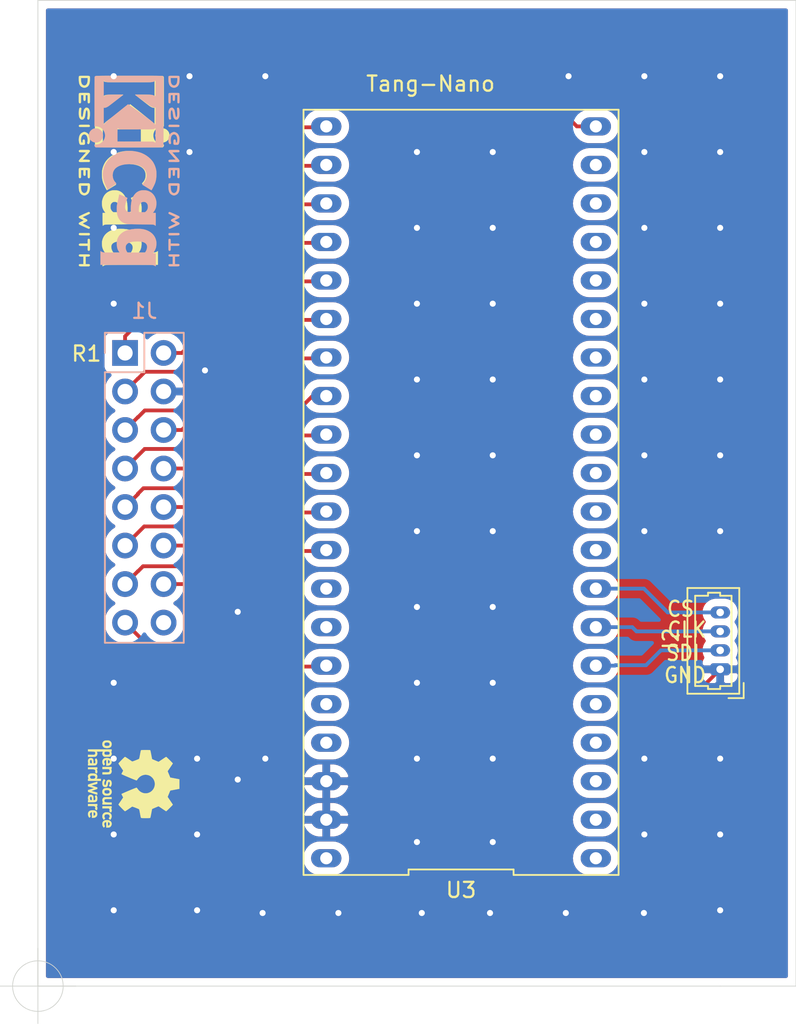
<source format=kicad_pcb>
(kicad_pcb (version 20171130) (host pcbnew 5.1.5+dfsg1-2build2)
  (layers (0 F.Cu signal) (31 B.Cu signal) (34 B.Paste user) (35 F.Paste user) (36 B.SilkS user) (37 F.SilkS user) (38 B.Mask user) (39 F.Mask user) (44 Edge.Cuts user))
  (net 0 "")
  (net 1 GND)
  (net 2 /R1)
  (net 3 /G1)
  (net 4 /B1)
  (net 5 /R2)
  (net 6 /G2)
  (net 7 /B2)
  (net 8 /E)
  (net 9 /A)
  (net 10 /B)
  (net 11 /C)
  (net 12 /D)
  (net 13 /CK)
  (net 14 /ST)
  (net 15 /OE)
  (net 16 /SPI_SDI)
  (net 17 /SPI_CLK)
  (net 18 /SPI_NCS)
  (net 19 "Net-(U3-Pad1)")
  (net 20 "Net-(U3-Pad3)")
  (net 21 "Net-(U3-Pad4)")
  (net 22 "Net-(U3-Pad5)")
  (net 23 "Net-(U3-Pad9)")
  (net 24 "Net-(U3-Pad10)")
  (net 25 "Net-(U3-Pad11)")
  (net 26 "Net-(U3-Pad12)")
  (net 27 "Net-(U3-Pad13)")
  (net 28 "Net-(U3-Pad33)")
  (net 29 "Net-(U3-Pad14)")
  (net 30 "Net-(U3-Pad34)")
  (net 31 "Net-(U3-Pad15)")
  (net 32 "Net-(U3-Pad16)")
  (net 33 "Net-(U3-Pad17)")
  (net 34 "Net-(U3-Pad18)")
  (net 35 "Net-(U3-Pad19)")
  (net 36 "Net-(U3-Pad40)")
  (net 37 "Net-(J1-Pad16)")
  (net 38 "Net-(U3-Pad36)")
  (net 39 "Net-(U3-Pad2)")
  (module Symbol:KiCad-Logo2_5mm_SilkScreen (layer B.Cu) (at 181.34 81.25 270)
    (fp_text reference REF** hide)
    (fp_text value KiCad-Logo2_5mm_SilkScreen hide)
  )
  (module Symbol:KiCad-Logo2_5mm_SilkScreen (layer F.Cu) (at 180.7 81.25 270)
    (fp_text reference REF** hide)
    (fp_text value KiCad-Logo2_5mm_SilkScreen hide)
  )
  (module Symbol:OSHW-Logo_5.7x6mm_SilkScreen (layer F.Cu) (at 181.32 121.67 270)
    (fp_text reference REF** hide)
    (fp_text value OSHW-Logo_5.7x6mm_SilkScreen hide)
  )
  (module Connector_PinSocket_2.54mm:PinSocket_2x08_P2.54mm_Vertical (layer B.Cu) (at 180.75 93.25 180)
    (fp_text reference J1 (at -1.27 2.77) (layer B.SilkS) (effects (justify mirror)))
    (fp_text value Conn_02x08_Odd_Even)
    (pad 1 thru_hole rect (at 0 0 180) (size 1.7 1.7) (drill 1) (layers *.Cu *.Mask) (net 2 /R1))
    (pad 2 thru_hole oval (at -2.54 0 180) (size 1.7 1.7) (drill 1) (layers *.Cu *.Mask) (net 3 /G1))
    (pad 3 thru_hole oval (at 0 -2.54 180) (size 1.7 1.7) (drill 1) (layers *.Cu *.Mask) (net 4 /B1))
    (pad 4 thru_hole oval (at -2.54 -2.54 180) (size 1.7 1.7) (drill 1) (layers *.Cu *.Mask) (net 1 GND))
    (pad 5 thru_hole oval (at 0 -5.08 180) (size 1.7 1.7) (drill 1) (layers *.Cu *.Mask) (net 5 /R2))
    (pad 6 thru_hole oval (at -2.54 -5.08 180) (size 1.7 1.7) (drill 1) (layers *.Cu *.Mask) (net 6 /G2))
    (pad 7 thru_hole oval (at 0 -7.62 180) (size 1.7 1.7) (drill 1) (layers *.Cu *.Mask) (net 7 /B2))
    (pad 8 thru_hole oval (at -2.54 -7.62 180) (size 1.7 1.7) (drill 1) (layers *.Cu *.Mask) (net 8 /E))
    (pad 9 thru_hole oval (at 0 -10.16 180) (size 1.7 1.7) (drill 1) (layers *.Cu *.Mask) (net 9 /A))
    (pad 10 thru_hole oval (at -2.54 -10.16 180) (size 1.7 1.7) (drill 1) (layers *.Cu *.Mask) (net 10 /B))
    (pad 11 thru_hole oval (at 0 -12.7 180) (size 1.7 1.7) (drill 1) (layers *.Cu *.Mask) (net 11 /C))
    (pad 12 thru_hole oval (at -2.54 -12.7 180) (size 1.7 1.7) (drill 1) (layers *.Cu *.Mask) (net 12 /D))
    (pad 13 thru_hole oval (at 0 -15.24 180) (size 1.7 1.7) (drill 1) (layers *.Cu *.Mask) (net 13 /CK))
    (pad 14 thru_hole oval (at -2.54 -15.24 180) (size 1.7 1.7) (drill 1) (layers *.Cu *.Mask) (net 14 /ST))
    (pad 15 thru_hole oval (at 0 -17.78 180) (size 1.7 1.7) (drill 1) (layers *.Cu *.Mask) (net 15 /OE))
    (pad 16 thru_hole oval (at -2.54 -17.78 180) (size 1.7 1.7) (drill 1) (layers *.Cu *.Mask) (net 37 "Net-(J1-Pad16)"))
  )
  (module Connector_Molex:Molex_PicoBlade_53047-0410_1x04_P1.25mm_Vertical (layer F.Cu) (at 220 114.11 90)
    (fp_text reference J2 (at 1.88 -3.25 90) (layer F.SilkS))
    (fp_text value Conn_01x04)
    (pad 1 thru_hole roundrect (at 0 0 90) (size 0.8 1.3) (drill 0.5) (layers *.Cu *.Mask) (net 1 GND))
    (pad 2 thru_hole oval (at 1.25 0 90) (size 0.8 1.3) (drill 0.5) (layers *.Cu *.Mask) (net 16 /SPI_SDI))
    (pad 3 thru_hole oval (at 2.5 0 90) (size 0.8 1.3) (drill 0.5) (layers *.Cu *.Mask) (net 17 /SPI_CLK))
    (pad 4 thru_hole oval (at 3.75 0 90) (size 0.8 1.3) (drill 0.5) (layers *.Cu *.Mask) (net 18 /SPI_NCS))
  )
  (module hub75e-nano:DIP-40_700_ELL (layer F.Cu) (at 202.91 102.44 90)
    (fp_text reference U3 (at -26.23 0) (layer F.SilkS))
    (fp_text value Tang-Nano)
    (pad 40 thru_hole oval (at -24.13 -8.89 90) (size 1.2 2) (drill 0.8) (layers *.Cu *.Mask) (net 36 "Net-(U3-Pad40)"))
    (pad 1 thru_hole oval (at -24.13 8.89 90) (size 1.2 2) (drill 0.8) (layers *.Cu *.Mask) (net 19 "Net-(U3-Pad1)"))
    (pad 39 thru_hole oval (at -21.59 -8.89 90) (size 1.2 2) (drill 0.8) (layers *.Cu *.Mask) (net 1 GND))
    (pad 2 thru_hole oval (at -21.59 8.89 90) (size 1.2 2) (drill 0.8) (layers *.Cu *.Mask) (net 39 "Net-(U3-Pad2)"))
    (pad 38 thru_hole oval (at -19.05 -8.89 90) (size 1.2 2) (drill 0.8) (layers *.Cu *.Mask) (net 1 GND))
    (pad 3 thru_hole oval (at -19.05 8.89 90) (size 1.2 2) (drill 0.8) (layers *.Cu *.Mask) (net 20 "Net-(U3-Pad3)"))
    (pad 37 thru_hole oval (at -16.51 -8.89 90) (size 1.2 2) (drill 0.8) (layers *.Cu *.Mask) (net 38 "Net-(U3-Pad36)"))
    (pad 4 thru_hole oval (at -16.51 8.89 90) (size 1.2 2) (drill 0.8) (layers *.Cu *.Mask) (net 21 "Net-(U3-Pad4)"))
    (pad 36 thru_hole oval (at -13.97 -8.89 90) (size 1.2 2) (drill 0.8) (layers *.Cu *.Mask) (net 38 "Net-(U3-Pad36)"))
    (pad 5 thru_hole oval (at -13.97 8.89 90) (size 1.2 2) (drill 0.8) (layers *.Cu *.Mask) (net 22 "Net-(U3-Pad5)"))
    (pad 35 thru_hole oval (at -11.43 -8.89 90) (size 1.2 2) (drill 0.8) (layers *.Cu *.Mask) (net 15 /OE))
    (pad 6 thru_hole oval (at -11.43 8.89 90) (size 1.2 2) (drill 0.8) (layers *.Cu *.Mask) (net 16 /SPI_SDI))
    (pad 34 thru_hole oval (at -8.89 -8.89 90) (size 1.2 2) (drill 0.8) (layers *.Cu *.Mask) (net 30 "Net-(U3-Pad34)"))
    (pad 7 thru_hole oval (at -8.89 8.89 90) (size 1.2 2) (drill 0.8) (layers *.Cu *.Mask) (net 17 /SPI_CLK))
    (pad 33 thru_hole oval (at -6.35 -8.89 90) (size 1.2 2) (drill 0.8) (layers *.Cu *.Mask) (net 28 "Net-(U3-Pad33)"))
    (pad 8 thru_hole oval (at -6.35 8.89 90) (size 1.2 2) (drill 0.8) (layers *.Cu *.Mask) (net 18 /SPI_NCS))
    (pad 32 thru_hole oval (at -3.81 -8.89 90) (size 1.2 2) (drill 0.8) (layers *.Cu *.Mask) (net 14 /ST))
    (pad 9 thru_hole oval (at -3.81 8.89 90) (size 1.2 2) (drill 0.8) (layers *.Cu *.Mask) (net 23 "Net-(U3-Pad9)"))
    (pad 31 thru_hole oval (at -1.27 -8.89 90) (size 1.2 2) (drill 0.8) (layers *.Cu *.Mask) (net 13 /CK))
    (pad 10 thru_hole oval (at -1.27 8.89 90) (size 1.2 2) (drill 0.8) (layers *.Cu *.Mask) (net 24 "Net-(U3-Pad10)"))
    (pad 30 thru_hole oval (at 1.27 -8.89 90) (size 1.2 2) (drill 0.8) (layers *.Cu *.Mask) (net 12 /D))
    (pad 11 thru_hole oval (at 1.27 8.89 90) (size 1.2 2) (drill 0.8) (layers *.Cu *.Mask) (net 25 "Net-(U3-Pad11)"))
    (pad 29 thru_hole oval (at 3.81 -8.89 90) (size 1.2 2) (drill 0.8) (layers *.Cu *.Mask) (net 11 /C))
    (pad 12 thru_hole oval (at 3.81 8.89 90) (size 1.2 2) (drill 0.8) (layers *.Cu *.Mask) (net 26 "Net-(U3-Pad12)"))
    (pad 28 thru_hole oval (at 6.35 -8.89 90) (size 1.2 2) (drill 0.8) (layers *.Cu *.Mask) (net 10 /B))
    (pad 13 thru_hole oval (at 6.35 8.89 90) (size 1.2 2) (drill 0.8) (layers *.Cu *.Mask) (net 27 "Net-(U3-Pad13)"))
    (pad 27 thru_hole oval (at 8.89 -8.89 90) (size 1.2 2) (drill 0.8) (layers *.Cu *.Mask) (net 9 /A))
    (pad 14 thru_hole oval (at 8.89 8.89 90) (size 1.2 2) (drill 0.8) (layers *.Cu *.Mask) (net 29 "Net-(U3-Pad14)"))
    (pad 26 thru_hole oval (at 11.43 -8.89 90) (size 1.2 2) (drill 0.8) (layers *.Cu *.Mask) (net 8 /E))
    (pad 15 thru_hole oval (at 11.43 8.89 90) (size 1.2 2) (drill 0.8) (layers *.Cu *.Mask) (net 31 "Net-(U3-Pad15)"))
    (pad 25 thru_hole oval (at 13.97 -8.89 90) (size 1.2 2) (drill 0.8) (layers *.Cu *.Mask) (net 7 /B2))
    (pad 16 thru_hole oval (at 13.97 8.89 90) (size 1.2 2) (drill 0.8) (layers *.Cu *.Mask) (net 32 "Net-(U3-Pad16)"))
    (pad 24 thru_hole oval (at 16.51 -8.89 90) (size 1.2 2) (drill 0.8) (layers *.Cu *.Mask) (net 6 /G2))
    (pad 17 thru_hole oval (at 16.51 8.89 90) (size 1.2 2) (drill 0.8) (layers *.Cu *.Mask) (net 33 "Net-(U3-Pad17)"))
    (pad 23 thru_hole oval (at 19.05 -8.89 90) (size 1.2 2) (drill 0.8) (layers *.Cu *.Mask) (net 5 /R2))
    (pad 18 thru_hole oval (at 19.05 8.89 90) (size 1.2 2) (drill 0.8) (layers *.Cu *.Mask) (net 34 "Net-(U3-Pad18)"))
    (pad 22 thru_hole oval (at 21.59 -8.89 90) (size 1.2 2) (drill 0.8) (layers *.Cu *.Mask) (net 4 /B1))
    (pad 19 thru_hole oval (at 21.59 8.89 90) (size 1.2 2) (drill 0.8) (layers *.Cu *.Mask) (net 35 "Net-(U3-Pad19)"))
    (pad 21 thru_hole oval (at 24.13 -8.89 90) (size 1.2 2) (drill 0.8) (layers *.Cu *.Mask) (net 3 /G1))
    (pad 20 thru_hole oval (at 24.13 8.89 90) (size 1.2 2) (drill 0.8) (layers *.Cu *.Mask) (net 2 /R1))
  )
  (gr_line (start 225 70) (end 220 70) (layer Edge.Cuts) (width 0.05))
  (gr_line (start 220 135) (end 225 135) (layer Edge.Cuts) (width 0.05))
  (gr_text Tang-Nano (at 200.9 75.5) (layer F.SilkS) (effects (font (size 1 1))))
  (gr_text "R1\n" (at 178.2 93.3) (layer F.SilkS) (effects (font (size 1 1))))
  (gr_text GND (at 217.69 114.5) (layer F.SilkS) (effects (font (size 1 0.9))))
  (gr_text CS (at 217.39 110.13) (layer F.SilkS) (effects (font (size 1 0.9))))
  (gr_text CLK (at 217.8 111.5) (layer F.SilkS) (effects (font (size 1 0.9))))
  (gr_text SDI (at 217.54 113.04) (layer F.SilkS) (effects (font (size 1 0.9))))
  (target plus (at 175 135) (size 5) (width 0.05) (layer Edge.Cuts))
  (gr_line (start 220 70) (end 175 70) (layer Edge.Cuts) (width 0.05))
  (gr_line (start 225 135) (end 225 70) (layer Edge.Cuts) (width 0.05))
  (gr_line (start 175 135) (end 220 135) (layer Edge.Cuts) (width 0.05))
  (gr_line (start 175 70) (end 175 135) (layer Edge.Cuts) (width 0.05))
  (via (at 186.02 94.4) (size 0.8) (drill 0.4) (layers F.Cu B.Cu) (net 1))
  (segment (start 184.63 95.79) (end 186.02 94.4) (width 0.25) (layer F.Cu) (net 1))
  (segment (start 183.29 95.79) (end 184.63 95.79) (width 0.25) (layer F.Cu) (net 1))
  (via (at 188.18 121.38) (size 0.8) (drill 0.4) (layers F.Cu B.Cu) (net 1))
  (segment (start 188.18 96.56) (end 188.18 110.32) (width 0.25) (layer B.Cu) (net 1))
  (segment (start 186.02 94.4) (end 188.18 96.56) (width 0.25) (layer B.Cu) (net 1))
  (segment (start 193.28 121.38) (end 193.45 121.55) (width 0.25) (layer F.Cu) (net 1))
  (segment (start 188.18 121.38) (end 193.28 121.38) (width 0.25) (layer F.Cu) (net 1))
  (segment (start 190.89 124.09) (end 188.18 121.38) (width 0.25) (layer F.Cu) (net 1))
  (segment (start 193.45 124.09) (end 190.89 124.09) (width 0.25) (layer F.Cu) (net 1))
  (segment (start 188.18 121.38) (end 188.18 128.99) (width 0.25) (layer F.Cu) (net 1))
  (segment (start 188.18 128.99) (end 189.37 130.18) (width 0.25) (layer F.Cu) (net 1))
  (segment (start 189.37 130.18) (end 189.82 130.18) (width 0.25) (layer F.Cu) (net 1))
  (segment (start 188.18 110.32) (end 188.18 121.38) (width 0.25) (layer B.Cu) (net 1))
  (via (at 188.18 110.32) (size 0.8) (drill 0.4) (layers F.Cu B.Cu) (net 1))
  (segment (start 189.82 130.18) (end 194.82 130.18) (width 0.25) (layer F.Cu) (net 1))
  (via (at 189.82 130.18) (size 0.8) (drill 0.4) (layers F.Cu B.Cu) (net 1))
  (segment (start 194.82 130.18) (end 200.32 130.18) (width 0.25) (layer F.Cu) (net 1))
  (via (at 194.82 130.18) (size 0.8) (drill 0.4) (layers F.Cu B.Cu) (net 1))
  (segment (start 200.32 130.18) (end 204.82 130.18) (width 0.25) (layer F.Cu) (net 1))
  (via (at 200.32 130.18) (size 0.8) (drill 0.4) (layers F.Cu B.Cu) (net 1))
  (segment (start 204.82 130.18) (end 209.82 130.18) (width 0.25) (layer F.Cu) (net 1))
  (via (at 204.82 130.18) (size 0.8) (drill 0.4) (layers F.Cu B.Cu) (net 1))
  (segment (start 209.82 130.18) (end 213.74 130.18) (width 0.25) (layer F.Cu) (net 1))
  (via (at 209.82 130.18) (size 0.8) (drill 0.4) (layers F.Cu B.Cu) (net 1))
  (via (at 205 125.5) (size 0.8) (drill 0.4) (layers F.Cu B.Cu) (net 1))
  (segment (start 204.82 125.68) (end 205 125.5) (width 0.25) (layer F.Cu) (net 1))
  (segment (start 204.82 130.18) (end 204.82 125.68) (width 0.25) (layer F.Cu) (net 1))
  (via (at 205 120) (size 0.8) (drill 0.4) (layers F.Cu B.Cu) (net 1))
  (segment (start 205 125.5) (end 205 120) (width 0.25) (layer B.Cu) (net 1))
  (via (at 205 115) (size 0.8) (drill 0.4) (layers F.Cu B.Cu) (net 1))
  (segment (start 205 120) (end 205 115) (width 0.25) (layer F.Cu) (net 1))
  (via (at 200 115) (size 0.8) (drill 0.4) (layers F.Cu B.Cu) (net 1))
  (segment (start 205 115) (end 200 115) (width 0.25) (layer B.Cu) (net 1))
  (segment (start 200 115) (end 200 120) (width 0.25) (layer F.Cu) (net 1))
  (via (at 200 120) (size 0.8) (drill 0.4) (layers F.Cu B.Cu) (net 1))
  (via (at 200 125.5) (size 0.8) (drill 0.4) (layers F.Cu B.Cu) (net 1))
  (segment (start 200 120) (end 200 125.5) (width 0.25) (layer F.Cu) (net 1))
  (segment (start 200 129.86) (end 200.32 130.18) (width 0.25) (layer B.Cu) (net 1))
  (segment (start 200 125.5) (end 200 129.86) (width 0.25) (layer B.Cu) (net 1))
  (via (at 190 120) (size 0.8) (drill 0.4) (layers F.Cu B.Cu) (net 1))
  (segment (start 188.62 121.38) (end 190 120) (width 0.25) (layer B.Cu) (net 1))
  (segment (start 188.18 121.38) (end 188.62 121.38) (width 0.25) (layer B.Cu) (net 1))
  (via (at 185.5 120) (size 0.8) (drill 0.4) (layers F.Cu B.Cu) (net 1))
  (segment (start 190 120) (end 185.5 120) (width 0.25) (layer F.Cu) (net 1))
  (via (at 185.5 125) (size 0.8) (drill 0.4) (layers F.Cu B.Cu) (net 1))
  (segment (start 185.5 120) (end 185.5 125) (width 0.25) (layer B.Cu) (net 1))
  (via (at 180 125) (size 0.8) (drill 0.4) (layers F.Cu B.Cu) (net 1))
  (segment (start 185.5 125) (end 180 125) (width 0.25) (layer F.Cu) (net 1))
  (via (at 180 120) (size 0.8) (drill 0.4) (layers F.Cu B.Cu) (net 1))
  (segment (start 180 125) (end 180 120) (width 0.25) (layer B.Cu) (net 1))
  (segment (start 180 120) (end 180 115) (width 0.25) (layer F.Cu) (net 1))
  (via (at 180 115) (size 0.8) (drill 0.4) (layers F.Cu B.Cu) (net 1))
  (segment (start 185 120) (end 185.5 120) (width 0.25) (layer F.Cu) (net 1))
  (segment (start 180 115) (end 185 120) (width 0.25) (layer F.Cu) (net 1))
  (via (at 200 90) (size 0.8) (drill 0.4) (layers F.Cu B.Cu) (net 1))
  (segment (start 200 115) (end 200 90) (width 0.25) (layer B.Cu) (net 1))
  (via (at 205 90) (size 0.8) (drill 0.4) (layers F.Cu B.Cu) (net 1))
  (segment (start 200 90) (end 205 90) (width 0.25) (layer F.Cu) (net 1))
  (via (at 205 85) (size 0.8) (drill 0.4) (layers F.Cu B.Cu) (net 1))
  (segment (start 205 90) (end 205 85) (width 0.25) (layer B.Cu) (net 1))
  (via (at 200 85) (size 0.8) (drill 0.4) (layers F.Cu B.Cu) (net 1))
  (segment (start 205 85) (end 200 85) (width 0.25) (layer F.Cu) (net 1))
  (via (at 200 80) (size 0.8) (drill 0.4) (layers F.Cu B.Cu) (net 1))
  (segment (start 200 85) (end 200 80) (width 0.25) (layer B.Cu) (net 1))
  (via (at 205 80) (size 0.8) (drill 0.4) (layers F.Cu B.Cu) (net 1))
  (segment (start 200 80) (end 205 80) (width 0.25) (layer F.Cu) (net 1))
  (segment (start 205 80) (end 205 85) (width 0.25) (layer B.Cu) (net 1))
  (via (at 210 75) (size 0.8) (drill 0.4) (layers F.Cu B.Cu) (net 1))
  (segment (start 215 75) (end 210 75) (width 0.25) (layer B.Cu) (net 1))
  (segment (start 210 75) (end 208.5 75) (width 0.25) (layer F.Cu) (net 1))
  (segment (start 208.5 75) (end 207.5 74) (width 0.25) (layer F.Cu) (net 1))
  (via (at 190 75) (size 0.8) (drill 0.4) (layers F.Cu B.Cu) (net 1))
  (segment (start 191 74) (end 190 75) (width 0.25) (layer F.Cu) (net 1))
  (segment (start 207.5 74) (end 191 74) (width 0.25) (layer F.Cu) (net 1))
  (via (at 185 75) (size 0.8) (drill 0.4) (layers F.Cu B.Cu) (net 1))
  (segment (start 190 75) (end 185 75) (width 0.25) (layer B.Cu) (net 1))
  (via (at 185 80) (size 0.8) (drill 0.4) (layers F.Cu B.Cu) (net 1))
  (segment (start 185 75) (end 185 80) (width 0.25) (layer F.Cu) (net 1))
  (segment (start 185 80) (end 185 88) (width 0.25) (layer B.Cu) (net 1))
  (segment (start 185 88) (end 186.02 89.02) (width 0.25) (layer B.Cu) (net 1))
  (via (at 180 75) (size 0.8) (drill 0.4) (layers F.Cu B.Cu) (net 1))
  (segment (start 185 75) (end 180 75) (width 0.25) (layer B.Cu) (net 1))
  (via (at 180 80) (size 0.8) (drill 0.4) (layers F.Cu B.Cu) (net 1))
  (segment (start 180 75) (end 180 80) (width 0.25) (layer F.Cu) (net 1))
  (via (at 180 85) (size 0.8) (drill 0.4) (layers F.Cu B.Cu) (net 1))
  (segment (start 180 80) (end 180 85) (width 0.25) (layer B.Cu) (net 1))
  (via (at 180 90) (size 0.8) (drill 0.4) (layers F.Cu B.Cu) (net 1))
  (segment (start 180 85) (end 180 90) (width 0.25) (layer F.Cu) (net 1))
  (segment (start 186 90) (end 186.02 90.02) (width 0.25) (layer B.Cu) (net 1))
  (segment (start 180 90) (end 186 90) (width 0.25) (layer B.Cu) (net 1))
  (segment (start 186.02 90.02) (end 186.02 94.4) (width 0.25) (layer B.Cu) (net 1))
  (segment (start 186.02 89.02) (end 186.02 90.02) (width 0.25) (layer B.Cu) (net 1))
  (via (at 180 130) (size 0.8) (drill 0.4) (layers F.Cu B.Cu) (net 1))
  (segment (start 180 125) (end 180 130) (width 0.25) (layer B.Cu) (net 1))
  (via (at 185.5 130) (size 0.8) (drill 0.4) (layers F.Cu B.Cu) (net 1))
  (segment (start 180 130) (end 185.5 130) (width 0.25) (layer F.Cu) (net 1))
  (segment (start 189.64 130) (end 189.82 130.18) (width 0.25) (layer B.Cu) (net 1))
  (segment (start 185.5 130) (end 189.64 130) (width 0.25) (layer B.Cu) (net 1))
  (segment (start 217 117.11) (end 220 114.11) (width 0.25) (layer F.Cu) (net 1))
  (segment (start 217 128.15) (end 217 117.11) (width 0.25) (layer F.Cu) (net 1))
  (segment (start 214.97 130.18) (end 217 128.15) (width 0.25) (layer F.Cu) (net 1))
  (segment (start 209.82 130.18) (end 214.97 130.18) (width 0.25) (layer F.Cu) (net 1))
  (via (at 215 75) (size 0.8) (drill 0.4) (layers F.Cu B.Cu) (net 1))
  (via (at 220 75) (size 0.8) (drill 0.4) (layers F.Cu B.Cu) (net 1))
  (segment (start 215 75) (end 220 75) (width 0.25) (layer F.Cu) (net 1))
  (via (at 220 80) (size 0.8) (drill 0.4) (layers F.Cu B.Cu) (net 1))
  (segment (start 220 75) (end 220 80) (width 0.25) (layer B.Cu) (net 1))
  (via (at 215 80) (size 0.8) (drill 0.4) (layers F.Cu B.Cu) (net 1))
  (segment (start 220 80) (end 215 80) (width 0.25) (layer F.Cu) (net 1))
  (via (at 215 85) (size 0.8) (drill 0.4) (layers F.Cu B.Cu) (net 1))
  (segment (start 215 80) (end 215 85) (width 0.25) (layer B.Cu) (net 1))
  (via (at 220 85) (size 0.8) (drill 0.4) (layers F.Cu B.Cu) (net 1))
  (segment (start 215 85) (end 220 85) (width 0.25) (layer F.Cu) (net 1))
  (via (at 220 90) (size 0.8) (drill 0.4) (layers F.Cu B.Cu) (net 1))
  (segment (start 220 85) (end 220 90) (width 0.25) (layer B.Cu) (net 1))
  (via (at 215 90) (size 0.8) (drill 0.4) (layers F.Cu B.Cu) (net 1))
  (segment (start 220 90) (end 215 90) (width 0.25) (layer F.Cu) (net 1))
  (via (at 215 95) (size 0.8) (drill 0.4) (layers F.Cu B.Cu) (net 1))
  (segment (start 215 90) (end 215 95) (width 0.25) (layer B.Cu) (net 1))
  (via (at 220 95) (size 0.8) (drill 0.4) (layers F.Cu B.Cu) (net 1))
  (segment (start 215 95) (end 220 95) (width 0.25) (layer F.Cu) (net 1))
  (via (at 220 100) (size 0.8) (drill 0.4) (layers F.Cu B.Cu) (net 1))
  (segment (start 220 95) (end 220 100) (width 0.25) (layer B.Cu) (net 1))
  (via (at 215 100) (size 0.8) (drill 0.4) (layers F.Cu B.Cu) (net 1))
  (segment (start 220 100) (end 215 100) (width 0.25) (layer F.Cu) (net 1))
  (via (at 215 105) (size 0.8) (drill 0.4) (layers F.Cu B.Cu) (net 1))
  (segment (start 215 100) (end 215 105) (width 0.25) (layer B.Cu) (net 1))
  (via (at 220 105) (size 0.8) (drill 0.4) (layers F.Cu B.Cu) (net 1))
  (segment (start 215 105) (end 220 105) (width 0.25) (layer F.Cu) (net 1))
  (segment (start 220 105) (end 223 108) (width 0.25) (layer B.Cu) (net 1))
  (segment (start 223 108) (end 223 113.5) (width 0.25) (layer B.Cu) (net 1))
  (segment (start 222.39 114.11) (end 220 114.11) (width 0.25) (layer B.Cu) (net 1))
  (segment (start 223 113.5) (end 222.39 114.11) (width 0.25) (layer B.Cu) (net 1))
  (via (at 205 110) (size 0.8) (drill 0.4) (layers F.Cu B.Cu) (net 1))
  (segment (start 205 115) (end 205 110) (width 0.25) (layer B.Cu) (net 1))
  (via (at 200 110) (size 0.8) (drill 0.4) (layers F.Cu B.Cu) (net 1))
  (segment (start 205 110) (end 200 110) (width 0.25) (layer F.Cu) (net 1))
  (via (at 205 105) (size 0.8) (drill 0.4) (layers F.Cu B.Cu) (net 1))
  (segment (start 205 110) (end 205 105) (width 0.25) (layer B.Cu) (net 1))
  (via (at 200 105) (size 0.8) (drill 0.4) (layers F.Cu B.Cu) (net 1))
  (segment (start 205 105) (end 200 105) (width 0.25) (layer F.Cu) (net 1))
  (via (at 205 100) (size 0.8) (drill 0.4) (layers F.Cu B.Cu) (net 1))
  (segment (start 205 105) (end 205 100) (width 0.25) (layer B.Cu) (net 1))
  (via (at 200 100) (size 0.8) (drill 0.4) (layers F.Cu B.Cu) (net 1))
  (segment (start 205 100) (end 200 100) (width 0.25) (layer F.Cu) (net 1))
  (via (at 205 95) (size 0.8) (drill 0.4) (layers F.Cu B.Cu) (net 1))
  (segment (start 205 100) (end 205 95) (width 0.25) (layer B.Cu) (net 1))
  (segment (start 205 95) (end 200 95) (width 0.25) (layer F.Cu) (net 1))
  (via (at 200 95) (size 0.8) (drill 0.4) (layers F.Cu B.Cu) (net 1))
  (via (at 214.97 130.18) (size 0.8) (drill 0.4) (layers F.Cu B.Cu) (net 1))
  (segment (start 209.82 130.18) (end 214.97 130.18) (width 0.25) (layer B.Cu) (net 1))
  (via (at 220 130) (size 0.8) (drill 0.4) (layers F.Cu B.Cu) (net 1))
  (segment (start 219.82 130.18) (end 220 130) (width 0.25) (layer F.Cu) (net 1))
  (segment (start 214.97 130.18) (end 219.82 130.18) (width 0.25) (layer F.Cu) (net 1))
  (via (at 220 125) (size 0.8) (drill 0.4) (layers F.Cu B.Cu) (net 1))
  (segment (start 220 130) (end 220 125) (width 0.25) (layer B.Cu) (net 1))
  (via (at 215 125) (size 0.8) (drill 0.4) (layers F.Cu B.Cu) (net 1))
  (segment (start 220 125) (end 215 125) (width 0.25) (layer F.Cu) (net 1))
  (via (at 215 120) (size 0.8) (drill 0.4) (layers F.Cu B.Cu) (net 1))
  (segment (start 215 125) (end 215 120) (width 0.25) (layer B.Cu) (net 1))
  (via (at 220 120) (size 0.8) (drill 0.4) (layers F.Cu B.Cu) (net 1))
  (segment (start 215 120) (end 220 120) (width 0.25) (layer F.Cu) (net 1))
  (segment (start 220 120) (end 220 114.11) (width 0.25) (layer B.Cu) (net 1))
  (segment (start 180.75 92.15) (end 180.75 93.25) (width 0.25) (layer F.Cu) (net 2))
  (segment (start 182.4 90.5) (end 180.75 92.15) (width 0.25) (layer F.Cu) (net 2))
  (segment (start 183.9 90.5) (end 182.4 90.5) (width 0.25) (layer F.Cu) (net 2))
  (segment (start 184.27 90.13) (end 183.9 90.5) (width 0.25) (layer F.Cu) (net 2))
  (segment (start 191.58 75.76) (end 184.27 83.07) (width 0.25) (layer F.Cu) (net 2))
  (segment (start 208 75.76) (end 191.58 75.76) (width 0.25) (layer F.Cu) (net 2))
  (segment (start 184.27 83.07) (end 184.27 90.13) (width 0.25) (layer F.Cu) (net 2))
  (segment (start 210.55 78.31) (end 208 75.76) (width 0.25) (layer F.Cu) (net 2))
  (segment (start 211.8 78.31) (end 210.55 78.31) (width 0.25) (layer F.Cu) (net 2))
  (segment (start 184.492081 93.25) (end 185.68 92.062081) (width 0.25) (layer F.Cu) (net 3))
  (segment (start 183.29 93.25) (end 184.492081 93.25) (width 0.25) (layer F.Cu) (net 3))
  (segment (start 192 78.37) (end 193.45 78.37) (width 0.25) (layer F.Cu) (net 3))
  (segment (start 185.68 84.69) (end 192 78.37) (width 0.25) (layer F.Cu) (net 3))
  (segment (start 185.68 92.062081) (end 185.68 84.69) (width 0.25) (layer F.Cu) (net 3))
  (segment (start 181.599999 94.940001) (end 181.609999 94.940001) (width 0.25) (layer F.Cu) (net 4))
  (segment (start 180.75 95.79) (end 181.599999 94.940001) (width 0.25) (layer F.Cu) (net 4))
  (segment (start 181.609999 94.940001) (end 182.06 94.49) (width 0.25) (layer F.Cu) (net 4))
  (segment (start 182.06 94.49) (end 184.54 94.49) (width 0.25) (layer F.Cu) (net 4))
  (segment (start 184.54 94.49) (end 186.75 92.28) (width 0.25) (layer F.Cu) (net 4))
  (segment (start 192 80.91) (end 193.45 80.91) (width 0.25) (layer F.Cu) (net 4))
  (segment (start 186.75 86.16) (end 192 80.91) (width 0.25) (layer F.Cu) (net 4))
  (segment (start 186.75 92.28) (end 186.75 86.16) (width 0.25) (layer F.Cu) (net 4))
  (segment (start 181.599999 97.480001) (end 181.609999 97.480001) (width 0.25) (layer F.Cu) (net 5))
  (segment (start 180.75 98.33) (end 181.599999 97.480001) (width 0.25) (layer F.Cu) (net 5))
  (segment (start 181.609999 97.480001) (end 182.05 97.04) (width 0.25) (layer F.Cu) (net 5))
  (segment (start 182.05 97.04) (end 184.76 97.04) (width 0.25) (layer F.Cu) (net 5))
  (segment (start 184.76 97.04) (end 187.69 94.11) (width 0.25) (layer F.Cu) (net 5))
  (segment (start 192 83.45) (end 193.45 83.45) (width 0.25) (layer F.Cu) (net 5))
  (segment (start 187.69 87.76) (end 192 83.45) (width 0.25) (layer F.Cu) (net 5))
  (segment (start 187.69 94.11) (end 187.69 87.76) (width 0.25) (layer F.Cu) (net 5))
  (segment (start 183.29 98.33) (end 184.492081 98.33) (width 0.25) (layer F.Cu) (net 6))
  (segment (start 184.492081 98.33) (end 188.140011 94.68207) (width 0.25) (layer F.Cu) (net 6))
  (segment (start 192 85.99) (end 193.45 85.99) (width 0.25) (layer F.Cu) (net 6))
  (segment (start 188.140011 89.849989) (end 192 85.99) (width 0.25) (layer F.Cu) (net 6))
  (segment (start 188.140011 94.68207) (end 188.140011 89.849989) (width 0.25) (layer F.Cu) (net 6))
  (segment (start 188.590022 95.749978) (end 188.590022 91.939978) (width 0.25) (layer F.Cu) (net 7))
  (segment (start 192 88.53) (end 193.45 88.53) (width 0.25) (layer F.Cu) (net 7))
  (segment (start 188.590022 91.939978) (end 192 88.53) (width 0.25) (layer F.Cu) (net 7))
  (segment (start 184.76 99.58) (end 188.590022 95.749978) (width 0.25) (layer F.Cu) (net 7))
  (segment (start 182.04 99.58) (end 184.76 99.58) (width 0.25) (layer F.Cu) (net 7))
  (segment (start 180.75 100.87) (end 182.04 99.58) (width 0.25) (layer F.Cu) (net 7))
  (segment (start 192 91.07) (end 193.45 91.07) (width 0.25) (layer F.Cu) (net 8))
  (segment (start 189.040033 94.029967) (end 192 91.07) (width 0.25) (layer F.Cu) (net 8))
  (segment (start 189.040033 96.449967) (end 189.040033 94.029967) (width 0.25) (layer F.Cu) (net 8))
  (segment (start 184.62 100.87) (end 189.040033 96.449967) (width 0.25) (layer F.Cu) (net 8))
  (segment (start 183.29 100.87) (end 184.62 100.87) (width 0.25) (layer F.Cu) (net 8))
  (segment (start 185.17 102.17) (end 190.12 97.22) (width 0.25) (layer F.Cu) (net 9))
  (segment (start 192 93.61) (end 193.45 93.61) (width 0.25) (layer F.Cu) (net 9))
  (segment (start 181.96 102.17) (end 185.17 102.17) (width 0.25) (layer F.Cu) (net 9))
  (segment (start 190.12 95.49) (end 192 93.61) (width 0.25) (layer F.Cu) (net 9))
  (segment (start 181.599999 102.530001) (end 181.96 102.17) (width 0.25) (layer F.Cu) (net 9))
  (segment (start 190.12 97.22) (end 190.12 95.49) (width 0.25) (layer F.Cu) (net 9))
  (segment (start 181.599999 102.560001) (end 181.599999 102.530001) (width 0.25) (layer F.Cu) (net 9))
  (segment (start 180.75 103.41) (end 181.599999 102.560001) (width 0.25) (layer F.Cu) (net 9))
  (segment (start 193.05 96.15) (end 193.45 96.15) (width 0.25) (layer F.Cu) (net 10))
  (segment (start 185.79 103.41) (end 193.05 96.15) (width 0.25) (layer F.Cu) (net 10))
  (segment (start 183.29 103.41) (end 185.79 103.41) (width 0.25) (layer F.Cu) (net 10))
  (segment (start 180.75 105.95) (end 182.01 104.69) (width 0.25) (layer F.Cu) (net 11))
  (segment (start 192 98.69) (end 193.45 98.69) (width 0.25) (layer F.Cu) (net 11))
  (segment (start 186 104.69) (end 192 98.69) (width 0.25) (layer F.Cu) (net 11))
  (segment (start 182.01 104.69) (end 186 104.69) (width 0.25) (layer F.Cu) (net 11))
  (segment (start 186.13 105.95) (end 190.85 101.23) (width 0.25) (layer F.Cu) (net 12))
  (segment (start 190.85 101.23) (end 193.45 101.23) (width 0.25) (layer F.Cu) (net 12))
  (segment (start 183.29 105.95) (end 186.13 105.95) (width 0.25) (layer F.Cu) (net 12))
  (segment (start 181.599999 107.640001) (end 181.609999 107.640001) (width 0.25) (layer F.Cu) (net 13))
  (segment (start 180.75 108.49) (end 181.599999 107.640001) (width 0.25) (layer F.Cu) (net 13))
  (segment (start 181.935001 107.314999) (end 185.935001 107.314999) (width 0.25) (layer F.Cu) (net 13))
  (segment (start 181.609999 107.640001) (end 181.935001 107.314999) (width 0.25) (layer F.Cu) (net 13))
  (segment (start 189.48 103.77) (end 193.45 103.77) (width 0.25) (layer F.Cu) (net 13))
  (segment (start 185.935001 107.314999) (end 189.48 103.77) (width 0.25) (layer F.Cu) (net 13))
  (segment (start 183.29 108.49) (end 186.85 108.49) (width 0.25) (layer F.Cu) (net 14))
  (segment (start 189.03 106.31) (end 193.45 106.31) (width 0.25) (layer F.Cu) (net 14))
  (segment (start 186.85 108.49) (end 189.03 106.31) (width 0.25) (layer F.Cu) (net 14))
  (segment (start 183.65 113.93) (end 193.45 113.93) (width 0.25) (layer F.Cu) (net 15))
  (segment (start 180.75 111.03) (end 183.65 113.93) (width 0.25) (layer F.Cu) (net 15))
  (segment (start 213.05 113.87) (end 213.08 113.84) (width 0.25) (layer B.Cu) (net 16))
  (segment (start 211.8 113.87) (end 213.05 113.87) (width 0.25) (layer B.Cu) (net 16))
  (segment (start 213.08 113.84) (end 215.11 113.84) (width 0.25) (layer B.Cu) (net 16))
  (segment (start 216.09 112.86) (end 220 112.86) (width 0.25) (layer B.Cu) (net 16))
  (segment (start 215.11 113.84) (end 216.09 112.86) (width 0.25) (layer B.Cu) (net 16))
  (segment (start 211.8 111.33) (end 214.2 111.33) (width 0.25) (layer B.Cu) (net 17))
  (segment (start 214.48 111.61) (end 220 111.61) (width 0.25) (layer B.Cu) (net 17))
  (segment (start 214.2 111.33) (end 214.48 111.61) (width 0.25) (layer B.Cu) (net 17))
  (segment (start 211.8 108.79) (end 214.97 108.79) (width 0.25) (layer B.Cu) (net 18))
  (segment (start 216.54 110.36) (end 220 110.36) (width 0.25) (layer B.Cu) (net 18))
  (segment (start 214.97 108.79) (end 216.54 110.36) (width 0.25) (layer B.Cu) (net 18))
  (zone (net 1) (net_name GND) (layer F.Cu) (connect_pads (clearance 0.508)) (min_thickness 0.254) (fill yes (arc_segments 32) (thermal_gap 0.508) (thermal_bridge_width 0.508))
    (polygon (pts (xy 225 135) (xy 175 135) (xy 175 70) (xy 225 70)))
  )
  (zone (net 1) (net_name GND) (layer B.Cu) (connect_pads (clearance 0.508)) (min_thickness 0.254) (fill yes (arc_segments 32) (thermal_gap 0.508) (thermal_bridge_width 0.508))
    (polygon (pts (xy 225 135) (xy 175 135) (xy 175 70) (xy 225 70)))
  )
)
</source>
